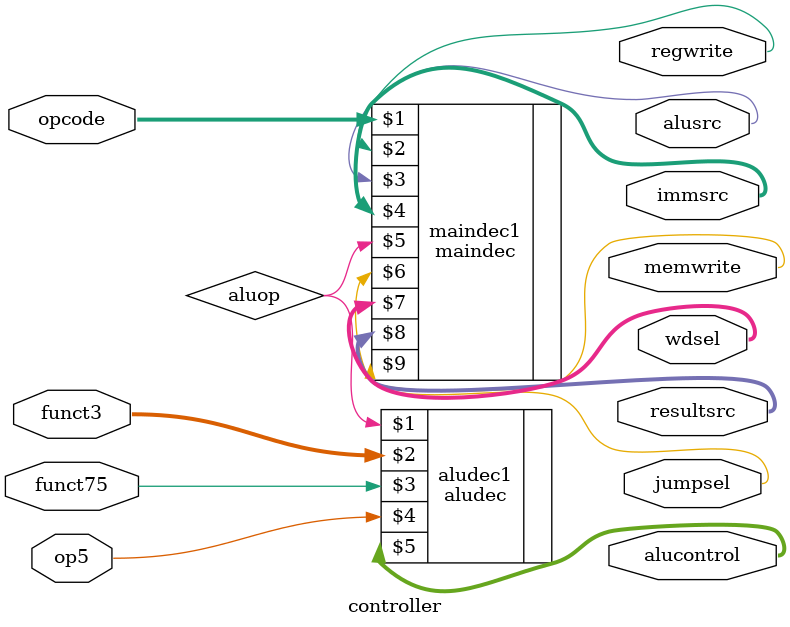
<source format=sv>
module controller(input wire [6:0] opcode,
						input wire [14:12] funct3,
						input wire funct75,
						input wire op5,
						output wire [3:0] alucontrol,
						output wire regwrite,alusrc,memwrite,
						output wire [1:0] wdsel,
						output wire [2:0] immsrc,
						output wire [1:0] resultsrc,
						output wire jumpsel);
						

	aludec aludec1(aluop,funct3,funct75,op5,alucontrol);
	maindec maindec1(opcode,regwrite,alusrc,immsrc,aluop,memwrite,wdsel,resultsrc,jumpsel);
	
endmodule
</source>
